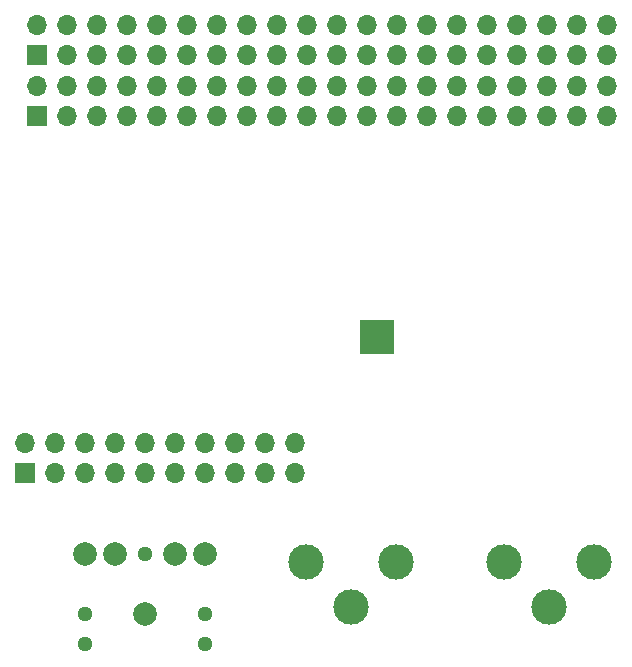
<source format=gbr>
G04 #@! TF.GenerationSoftware,KiCad,Pcbnew,5.1.7-a382d34a8~88~ubuntu18.04.1*
G04 #@! TF.CreationDate,2021-03-11T03:45:44+01:00*
G04 #@! TF.ProjectId,zynthiandac,7a796e74-6869-4616-9e64-61632e6b6963,rev?*
G04 #@! TF.SameCoordinates,Original*
G04 #@! TF.FileFunction,Soldermask,Bot*
G04 #@! TF.FilePolarity,Negative*
%FSLAX46Y46*%
G04 Gerber Fmt 4.6, Leading zero omitted, Abs format (unit mm)*
G04 Created by KiCad (PCBNEW 5.1.7-a382d34a8~88~ubuntu18.04.1) date 2021-03-11 03:45:44*
%MOMM*%
%LPD*%
G01*
G04 APERTURE LIST*
%ADD10C,2.000000*%
%ADD11C,1.280000*%
%ADD12R,3.000000X3.000000*%
%ADD13R,1.700000X1.700000*%
%ADD14O,1.700000X1.700000*%
%ADD15C,3.000000*%
G04 APERTURE END LIST*
D10*
G04 #@! TO.C,J3*
X28850000Y-63530000D03*
X26310000Y-58450000D03*
X23770000Y-58450000D03*
X31390000Y-58450000D03*
X33930000Y-58450000D03*
D11*
X28850000Y-58450000D03*
X33930000Y-63530000D03*
X33930000Y-66070000D03*
X23770000Y-63530000D03*
X23770000Y-66070000D03*
G04 #@! TD*
D12*
G04 #@! TO.C,U6*
X48500000Y-40100000D03*
G04 #@! TD*
D13*
G04 #@! TO.C,J2*
X18680000Y-51650000D03*
D14*
X18680000Y-49110000D03*
X21220000Y-51650000D03*
X21220000Y-49110000D03*
X23760000Y-51650000D03*
X23760000Y-49110000D03*
X26300000Y-51650000D03*
X26300000Y-49110000D03*
X28840000Y-51650000D03*
X28840000Y-49110000D03*
X31380000Y-51650000D03*
X31380000Y-49110000D03*
X33920000Y-51650000D03*
X33920000Y-49110000D03*
X36460000Y-51650000D03*
X36460000Y-49110000D03*
X39000000Y-51650000D03*
X39000000Y-49110000D03*
X41540000Y-51650000D03*
X41540000Y-49110000D03*
G04 #@! TD*
D13*
G04 #@! TO.C,J1*
X19680000Y-21400000D03*
D14*
X19680000Y-18860000D03*
X22220000Y-21400000D03*
X22220000Y-18860000D03*
X24760000Y-21400000D03*
X24760000Y-18860000D03*
X27300000Y-21400000D03*
X27300000Y-18860000D03*
X29840000Y-21400000D03*
X29840000Y-18860000D03*
X32380000Y-21400000D03*
X32380000Y-18860000D03*
X34920000Y-21400000D03*
X34920000Y-18860000D03*
X37460000Y-21400000D03*
X37460000Y-18860000D03*
X40000000Y-21400000D03*
X40000000Y-18860000D03*
X42540000Y-21400000D03*
X42540000Y-18860000D03*
X45080000Y-21400000D03*
X45080000Y-18860000D03*
X47620000Y-21400000D03*
X47620000Y-18860000D03*
X50160000Y-21400000D03*
X50160000Y-18860000D03*
X52700000Y-21400000D03*
X52700000Y-18860000D03*
X55240000Y-21400000D03*
X55240000Y-18860000D03*
X57780000Y-21400000D03*
X57780000Y-18860000D03*
X60320000Y-21400000D03*
X60320000Y-18860000D03*
X62860000Y-21400000D03*
X62860000Y-18860000D03*
X65400000Y-21400000D03*
X65400000Y-18860000D03*
X67940000Y-21400000D03*
X67940000Y-18860000D03*
G04 #@! TD*
D15*
G04 #@! TO.C,J4*
X46250000Y-63000000D03*
X42440000Y-59190000D03*
X50060000Y-59190000D03*
G04 #@! TD*
G04 #@! TO.C,J5*
X66860000Y-59190000D03*
X59240000Y-59190000D03*
X63050000Y-63000000D03*
G04 #@! TD*
D13*
G04 #@! TO.C,J6*
X19680000Y-16280000D03*
D14*
X19680000Y-13740000D03*
X22220000Y-16280000D03*
X22220000Y-13740000D03*
X24760000Y-16280000D03*
X24760000Y-13740000D03*
X27300000Y-16280000D03*
X27300000Y-13740000D03*
X29840000Y-16280000D03*
X29840000Y-13740000D03*
X32380000Y-16280000D03*
X32380000Y-13740000D03*
X34920000Y-16280000D03*
X34920000Y-13740000D03*
X37460000Y-16280000D03*
X37460000Y-13740000D03*
X40000000Y-16280000D03*
X40000000Y-13740000D03*
X42540000Y-16280000D03*
X42540000Y-13740000D03*
X45080000Y-16280000D03*
X45080000Y-13740000D03*
X47620000Y-16280000D03*
X47620000Y-13740000D03*
X50160000Y-16280000D03*
X50160000Y-13740000D03*
X52700000Y-16280000D03*
X52700000Y-13740000D03*
X55240000Y-16280000D03*
X55240000Y-13740000D03*
X57780000Y-16280000D03*
X57780000Y-13740000D03*
X60320000Y-16280000D03*
X60320000Y-13740000D03*
X62860000Y-16280000D03*
X62860000Y-13740000D03*
X65400000Y-16280000D03*
X65400000Y-13740000D03*
X67940000Y-16280000D03*
X67940000Y-13740000D03*
G04 #@! TD*
M02*

</source>
